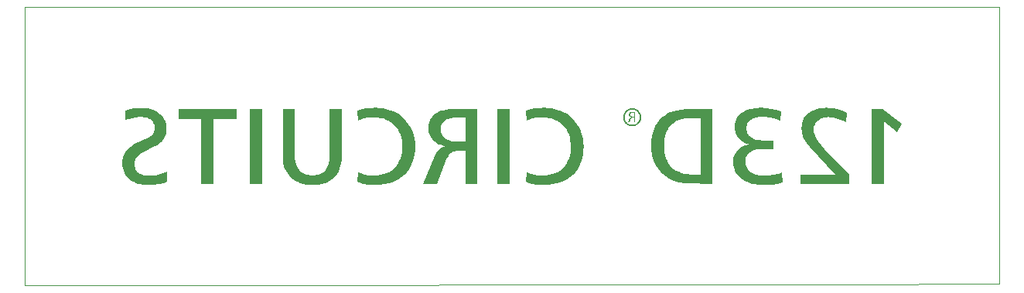
<source format=gbo>
G75*
G71*
%OFA0B0*%
%FSLAX23Y23*%
%IPPOS*%
%LPD*%
%ADD10C,0.1*%
%LPD*%D10*
X0Y0D02*
X0Y100D01*
X0Y200D01*
X0Y300D01*
X0Y400D01*
X0Y500D01*
X0Y600D01*
X0Y700D01*
X0Y799D01*
X0Y899D01*
X0Y999D01*
X0Y1099D01*
X0Y1199D01*
X0Y1299D01*
X0Y1399D01*
X0Y1499D01*
X0Y1599D01*
X0Y1699D01*
X0Y1799D01*
X0Y1899D01*
X0Y1999D01*
X0Y2099D01*
X0Y2199D01*
X0Y2298D01*
X0Y2398D01*
X0Y2498D01*
X0Y2598D01*
X0Y2698D01*
X0Y2798D01*
X0Y2898D01*
X0Y2998D01*
X0Y3098D01*
X0Y3198D01*
X0Y3298D01*
X0Y3398D01*
X0Y3498D01*
X0Y3598D01*
X0Y3698D01*
X0Y3797D01*
X0Y3897D01*
X0Y3997D01*
X0Y4097D01*
X0Y4197D01*
X0Y4297D01*
X0Y4397D01*
X0Y4497D01*
X0Y4597D01*
X0Y4697D01*
X0Y4797D01*
X0Y4897D01*
X0Y4997D01*
X0Y5097D01*
X0Y5197D01*
X0Y5296D01*
X0Y5396D01*
X0Y5496D01*
X0Y5596D01*
X0Y5696D01*
X0Y5796D01*
X0Y5896D01*
X0Y5996D01*
X0Y6096D01*
X0Y6196D01*
X0Y6296D01*
X0Y6396D01*
X0Y6496D01*
X0Y6596D01*
X0Y6696D01*
X0Y6796D01*
X0Y6895D01*
X0Y6995D01*
X0Y7095D01*
X0Y7195D01*
X0Y7295D01*
X0Y7395D01*
X0Y7495D01*
X0Y7595D01*
X0Y7695D01*
X0Y7795D01*
X0Y7895D01*
X0Y7995D01*
X0Y8095D01*
X0Y8195D01*
X0Y8295D01*
X0Y8394D01*
X0Y8494D01*
X0Y8594D01*
X0Y8694D01*
X0Y8794D01*
X0Y8894D01*
X0Y8994D01*
X0Y9094D01*
X0Y9194D01*
X0Y9294D01*
X0Y9394D01*
X0Y9494D01*
X0Y9594D01*
X0Y9694D01*
X0Y9794D01*
X0Y9893D01*
X0Y9993D01*
X0Y10093D01*
X0Y10193D01*
X0Y10293D01*
X0Y10393D01*
X0Y10493D01*
X0Y10593D01*
X0Y10693D01*
X0Y10793D01*
X0Y10893D01*
X0Y10993D01*
X0Y11093D01*
X0Y11193D01*
X0Y11293D01*
X0Y11392D01*
X0Y11492D01*
X0Y11592D01*
X0Y11692D01*
X0Y11792D01*
X0Y11892D01*
X0Y11992D01*
X0Y12092D01*
X0Y12192D01*
X0Y12292D01*
X0Y12392D01*
X0Y12492D01*
X0Y12592D01*
X0Y12692D01*
X0Y12792D01*
X0Y12891D01*
X0Y12991D01*
X0Y13091D01*
X0Y13191D01*
X0Y13291D01*
X0Y13391D01*
X0Y13491D01*
X0Y13591D01*
X0Y13691D01*
X0Y13791D01*
X0Y13891D01*
X0Y13991D01*
X0Y14091D01*
X0Y14191D01*
X0Y14291D01*
X0Y14391D01*
X0Y14490D01*
X0Y14590D01*
X0Y14690D01*
X0Y14790D01*
X0Y14890D01*
X0Y14990D01*
X0Y15090D01*
X0Y15190D01*
X0Y15290D01*
X0Y15390D01*
X0Y15490D01*
X0Y15590D01*
X0Y15690D01*
X0Y15790D01*
X0Y15890D01*
X0Y15989D01*
X0Y16089D01*
X0Y16189D01*
X0Y16289D01*
X0Y16389D01*
X0Y16489D01*
X0Y16589D01*
X0Y16689D01*
X0Y16789D01*
X0Y16889D01*
X0Y16989D01*
X0Y17089D01*
X0Y17189D01*
X0Y17289D01*
X0Y17389D01*
X0Y17488D01*
X0Y17588D01*
X0Y17688D01*
X0Y17788D01*
X0Y17888D01*
X0Y17988D01*
X0Y18088D01*
X0Y18188D01*
X0Y18288D01*
X0Y18388D01*
X0Y18488D01*
X0Y18588D01*
X0Y18688D01*
X0Y18788D01*
X0Y18888D01*
X0Y18987D01*
X0Y19087D01*
X0Y19187D01*
X0Y19287D01*
X0Y19387D01*
X0Y19487D01*
X0Y19587D01*
X0Y19687D01*
X0Y19787D01*
X0Y19887D01*
X0Y19987D01*
X0Y20087D01*
X0Y20187D01*
X0Y20287D01*
X0Y20387D01*
X0Y20486D01*
X0Y20586D01*
X0Y20686D01*
X0Y20786D01*
X0Y20886D01*
X0Y20986D01*
X0Y21086D01*
X0Y21186D01*
X0Y21286D01*
X0Y21386D01*
X0Y21486D01*
X0Y21586D01*
X0Y21686D01*
X0Y21786D01*
X0Y21886D01*
X0Y21985D01*
X0Y22085D01*
X0Y22185D01*
X0Y22285D01*
X0Y22385D01*
X0Y22485D01*
X0Y22585D01*
X0Y22685D01*
X0Y22785D01*
X0Y22885D01*
X0Y22985D01*
X0Y23085D01*
X0Y23185D01*
X0Y23285D01*
X0Y23385D01*
X0Y23485D01*
X0Y23584D01*
X0Y23684D01*
X0Y23784D01*
X0Y23884D01*
X0Y23984D01*
X0Y24084D01*
X0Y24184D01*
X0Y24284D01*
X0Y24384D01*
X0Y24484D01*
X0Y24584D01*
X0Y24684D01*
X0Y24784D01*
X0Y24884D01*
X0Y24984D01*
X0Y25083D01*
X0Y25183D01*
X0Y25283D01*
X0Y25383D01*
X0Y25483D01*
X0Y25583D01*
X0Y25683D01*
X0Y25783D01*
X0Y25883D01*
X0Y25983D01*
X0Y26083D01*
X0Y26183D01*
X0Y26283D01*
X0Y26383D01*
X0Y26483D01*
X0Y26582D01*
X0Y26682D01*
X0Y26782D01*
X0Y26882D01*
X0Y26982D01*
X0Y27082D01*
X0Y27182D01*
X0Y27282D01*
X0Y27382D01*
X0Y27482D01*
X0Y27582D01*
X0Y27682D01*
X0Y27782D01*
X0Y27882D01*
X0Y27982D01*
X0Y28082D01*
X0Y28181D01*
X0Y28281D01*
X0Y28381D01*
X0Y28481D01*
X0Y28581D01*
X0Y28681D01*
X0Y28781D01*
X0Y28881D01*
X0Y28981D01*
X0Y29081D01*
X0Y29181D01*
X0Y29281D01*
X0Y29381D01*
X0Y29481D01*
X0Y29581D01*
X0Y29680D01*
X0Y29780D01*
X0Y29880D01*
X0Y29980D01*
X0Y30080D01*
X0Y30180D01*
X0Y30280D01*
X0Y30380D01*
X0Y30480D01*
X100Y30480D01*
X200Y30480D01*
X300Y30480D01*
X400Y30480D01*
X500Y30480D01*
X600Y30480D01*
X700Y30480D01*
X800Y30480D01*
X900Y30480D01*
X1000Y30480D01*
X1100Y30480D01*
X1200Y30480D01*
X1300Y30480D01*
X1400Y30480D01*
X1500Y30480D01*
X1600Y30480D01*
X1700Y30480D01*
X1800Y30480D01*
X1900Y30480D01*
X2000Y30480D01*
X2100Y30480D01*
X2200Y30480D01*
X2300Y30480D01*
X2400Y30480D01*
X2500Y30480D01*
X2599Y30480D01*
X2699Y30480D01*
X2799Y30480D01*
X2899Y30480D01*
X2999Y30480D01*
X3099Y30480D01*
X3199Y30480D01*
X3299Y30480D01*
X3399Y30480D01*
X3499Y30480D01*
X3599Y30480D01*
X3699Y30480D01*
X3799Y30480D01*
X3899Y30480D01*
X3999Y30480D01*
X4099Y30480D01*
X4199Y30480D01*
X4299Y30480D01*
X4399Y30480D01*
X4499Y30480D01*
X4599Y30480D01*
X4699Y30480D01*
X4799Y30480D01*
X4899Y30480D01*
X4999Y30480D01*
X5099Y30480D01*
X5199Y30480D01*
X5299Y30480D01*
X5399Y30480D01*
X5499Y30480D01*
X5599Y30480D01*
X5699Y30480D01*
X5799Y30480D01*
X5899Y30480D01*
X5999Y30480D01*
X6099Y30480D01*
X6199Y30480D01*
X6299Y30480D01*
X6399Y30480D01*
X6499Y30480D01*
X6599Y30480D01*
X6699Y30480D01*
X6799Y30480D01*
X6899Y30480D01*
X6999Y30480D01*
X7099Y30480D01*
X7199Y30480D01*
X7299Y30480D01*
X7399Y30480D01*
X7499Y30480D01*
X7599Y30480D01*
X7699Y30480D01*
X7798Y30480D01*
X7898Y30480D01*
X7998Y30480D01*
X8098Y30480D01*
X8198Y30480D01*
X8298Y30480D01*
X8398Y30480D01*
X8498Y30480D01*
X8598Y30480D01*
X8698Y30480D01*
X8798Y30480D01*
X8898Y30480D01*
X8998Y30480D01*
X9098Y30480D01*
X9198Y30480D01*
X9298Y30480D01*
X9398Y30480D01*
X9498Y30480D01*
X9598Y30480D01*
X9698Y30480D01*
X9798Y30480D01*
X9898Y30480D01*
X9998Y30480D01*
X10098Y30480D01*
X10198Y30480D01*
X10298Y30480D01*
X10398Y30480D01*
X10498Y30480D01*
X10598Y30480D01*
X10698Y30480D01*
X10798Y30480D01*
X10898Y30480D01*
X10998Y30480D01*
X11098Y30480D01*
X11198Y30480D01*
X11298Y30480D01*
X11398Y30480D01*
X11498Y30480D01*
X11598Y30480D01*
X11698Y30480D01*
X11798Y30480D01*
X11898Y30480D01*
X11998Y30480D01*
X12098Y30480D01*
X12198Y30480D01*
X12298Y30480D01*
X12398Y30480D01*
X12498Y30480D01*
X12598Y30480D01*
X12698Y30480D01*
X12798Y30480D01*
X12898Y30480D01*
X12998Y30480D01*
X13097Y30480D01*
X13197Y30480D01*
X13297Y30480D01*
X13397Y30480D01*
X13497Y30480D01*
X13597Y30480D01*
X13697Y30480D01*
X13797Y30480D01*
X13897Y30480D01*
X13997Y30480D01*
X14097Y30480D01*
X14197Y30480D01*
X14297Y30480D01*
X14397Y30480D01*
X14497Y30480D01*
X14597Y30480D01*
X14697Y30480D01*
X14797Y30480D01*
X14897Y30480D01*
X14997Y30480D01*
X15097Y30480D01*
X15197Y30480D01*
X15297Y30480D01*
X15397Y30480D01*
X15497Y30480D01*
X15597Y30480D01*
X15697Y30480D01*
X15797Y30480D01*
X15897Y30480D01*
X15997Y30480D01*
X16097Y30480D01*
X16197Y30480D01*
X16297Y30480D01*
X16397Y30480D01*
X16497Y30480D01*
X16597Y30480D01*
X16697Y30480D01*
X16797Y30480D01*
X16897Y30480D01*
X16997Y30480D01*
X17097Y30480D01*
X17197Y30480D01*
X17297Y30480D01*
X17397Y30480D01*
X17497Y30480D01*
X17597Y30480D01*
X17697Y30480D01*
X17797Y30480D01*
X17897Y30480D01*
X17997Y30480D01*
X18097Y30480D01*
X18196Y30480D01*
X18296Y30480D01*
X18396Y30480D01*
X18496Y30480D01*
X18596Y30480D01*
X18696Y30480D01*
X18796Y30480D01*
X18896Y30480D01*
X18996Y30480D01*
X19096Y30480D01*
X19196Y30480D01*
X19296Y30480D01*
X19396Y30480D01*
X19496Y30480D01*
X19596Y30480D01*
X19696Y30480D01*
X19796Y30480D01*
X19896Y30480D01*
X19996Y30480D01*
X20096Y30480D01*
X20196Y30480D01*
X20296Y30480D01*
X20396Y30480D01*
X20496Y30480D01*
X20596Y30480D01*
X20696Y30480D01*
X20796Y30480D01*
X20896Y30480D01*
X20996Y30480D01*
X21096Y30480D01*
X21196Y30480D01*
X21296Y30480D01*
X21396Y30480D01*
X21496Y30480D01*
X21596Y30480D01*
X21696Y30480D01*
X21796Y30480D01*
X21896Y30480D01*
X21996Y30480D01*
X22096Y30480D01*
X22196Y30480D01*
X22296Y30480D01*
X22396Y30480D01*
X22496Y30480D01*
X22596Y30480D01*
X22696Y30480D01*
X22796Y30480D01*
X22896Y30480D01*
X22996Y30480D01*
X23096Y30480D01*
X23196Y30480D01*
X23296Y30480D01*
X23395Y30480D01*
X23495Y30480D01*
X23595Y30480D01*
X23695Y30480D01*
X23795Y30480D01*
X23895Y30480D01*
X23995Y30480D01*
X24095Y30480D01*
X24195Y30480D01*
X24295Y30480D01*
X24395Y30480D01*
X24495Y30480D01*
X24595Y30480D01*
X24695Y30480D01*
X24795Y30480D01*
X24895Y30480D01*
X24995Y30480D01*
X25095Y30480D01*
X25195Y30480D01*
X25295Y30480D01*
X25395Y30480D01*
X25495Y30480D01*
X25595Y30480D01*
X25695Y30480D01*
X25795Y30480D01*
X25895Y30480D01*
X25995Y30480D01*
X26095Y30480D01*
X26195Y30480D01*
X26295Y30480D01*
X26395Y30480D01*
X26495Y30480D01*
X26595Y30480D01*
X26695Y30480D01*
X26795Y30480D01*
X26895Y30480D01*
X26995Y30480D01*
X27095Y30480D01*
X27195Y30480D01*
X27295Y30480D01*
X27395Y30480D01*
X27495Y30480D01*
X27595Y30480D01*
X27695Y30480D01*
X27795Y30480D01*
X27895Y30480D01*
X27995Y30480D01*
X28095Y30480D01*
X28195Y30480D01*
X28295Y30480D01*
X28395Y30480D01*
X28495Y30480D01*
X28594Y30480D01*
X28694Y30480D01*
X28794Y30480D01*
X28894Y30480D01*
X28994Y30480D01*
X29094Y30480D01*
X29194Y30480D01*
X29294Y30480D01*
X29394Y30480D01*
X29494Y30480D01*
X29594Y30480D01*
X29694Y30480D01*
X29794Y30480D01*
X29894Y30480D01*
X29994Y30480D01*
X30094Y30480D01*
X30194Y30480D01*
X30294Y30480D01*
X30394Y30480D01*
X30494Y30480D01*
X30594Y30480D01*
X30694Y30480D01*
X30794Y30480D01*
X30894Y30480D01*
X30994Y30480D01*
X31094Y30480D01*
X31194Y30480D01*
X31294Y30480D01*
X31394Y30480D01*
X31494Y30480D01*
X31594Y30480D01*
X31694Y30480D01*
X31794Y30480D01*
X31894Y30480D01*
X31994Y30480D01*
X32094Y30480D01*
X32194Y30480D01*
X32294Y30480D01*
X32394Y30480D01*
X32494Y30480D01*
X32594Y30480D01*
X32694Y30480D01*
X32794Y30480D01*
X32894Y30480D01*
X32994Y30480D01*
X33094Y30480D01*
X33194Y30480D01*
X33294Y30480D01*
X33394Y30480D01*
X33494Y30480D01*
X33594Y30480D01*
X33694Y30480D01*
X33793Y30480D01*
X33893Y30480D01*
X33993Y30480D01*
X34093Y30480D01*
X34193Y30480D01*
X34293Y30480D01*
X34393Y30480D01*
X34493Y30480D01*
X34593Y30480D01*
X34693Y30480D01*
X34793Y30480D01*
X34893Y30480D01*
X34993Y30480D01*
X35093Y30480D01*
X35193Y30480D01*
X35293Y30480D01*
X35393Y30480D01*
X35493Y30480D01*
X35593Y30480D01*
X35693Y30480D01*
X35793Y30480D01*
X35893Y30480D01*
X35993Y30480D01*
X36093Y30480D01*
X36193Y30480D01*
X36293Y30480D01*
X36393Y30480D01*
X36493Y30480D01*
X36593Y30480D01*
X36693Y30480D01*
X36793Y30480D01*
X36893Y30480D01*
X36993Y30480D01*
X37093Y30480D01*
X37193Y30480D01*
X37293Y30480D01*
X37393Y30480D01*
X37493Y30480D01*
X37593Y30480D01*
X37693Y30480D01*
X37793Y30480D01*
X37893Y30480D01*
X37993Y30480D01*
X38093Y30480D01*
X38193Y30480D01*
X38293Y30480D01*
X38393Y30480D01*
X38493Y30480D01*
X38593Y30480D01*
X38693Y30480D01*
X38793Y30480D01*
X38893Y30480D01*
X38992Y30480D01*
X39092Y30480D01*
X39192Y30480D01*
X39292Y30480D01*
X39392Y30480D01*
X39492Y30480D01*
X39592Y30480D01*
X39692Y30480D01*
X39792Y30480D01*
X39892Y30480D01*
X39992Y30480D01*
X40092Y30480D01*
X40192Y30480D01*
X40292Y30480D01*
X40392Y30480D01*
X40492Y30480D01*
X40592Y30480D01*
X40692Y30480D01*
X40792Y30480D01*
X40892Y30480D01*
X40992Y30480D01*
X41092Y30480D01*
X41192Y30480D01*
X41292Y30480D01*
X41392Y30480D01*
X41492Y30480D01*
X41592Y30480D01*
X41692Y30480D01*
X41792Y30480D01*
X41892Y30480D01*
X41992Y30480D01*
X42092Y30480D01*
X42192Y30480D01*
X42292Y30480D01*
X42392Y30480D01*
X42492Y30480D01*
X42592Y30480D01*
X42692Y30480D01*
X42792Y30480D01*
X42892Y30480D01*
X42992Y30480D01*
X43092Y30480D01*
X43192Y30480D01*
X43292Y30480D01*
X43392Y30480D01*
X43492Y30480D01*
X43592Y30480D01*
X43692Y30480D01*
X43792Y30480D01*
X43892Y30480D01*
X43992Y30480D01*
X44092Y30480D01*
X44192Y30480D01*
X44291Y30480D01*
X44391Y30480D01*
X44491Y30480D01*
X44591Y30480D01*
X44691Y30480D01*
X44791Y30480D01*
X44891Y30480D01*
X44991Y30480D01*
X45091Y30480D01*
X45191Y30480D01*
X45291Y30480D01*
X45391Y30480D01*
X45491Y30480D01*
X45591Y30480D01*
X45691Y30480D01*
X45791Y30480D01*
X45891Y30480D01*
X45991Y30480D01*
X46091Y30480D01*
X46191Y30480D01*
X46291Y30480D01*
X46391Y30480D01*
X46491Y30480D01*
X46591Y30480D01*
X46691Y30480D01*
X46791Y30480D01*
X46891Y30480D01*
X46991Y30480D01*
X47091Y30480D01*
X47191Y30480D01*
X47291Y30480D01*
X47391Y30480D01*
X47491Y30480D01*
X47591Y30480D01*
X47691Y30480D01*
X47791Y30480D01*
X47891Y30480D01*
X47991Y30480D01*
X48091Y30480D01*
X48191Y30480D01*
X48291Y30480D01*
X48391Y30480D01*
X48491Y30480D01*
X48591Y30480D01*
X48691Y30480D01*
X48791Y30480D01*
X48891Y30480D01*
X48991Y30480D01*
X49091Y30480D01*
X49191Y30480D01*
X49291Y30480D01*
X49391Y30480D01*
X49491Y30480D01*
X49590Y30480D01*
X49690Y30480D01*
X49790Y30480D01*
X49890Y30480D01*
X49990Y30480D01*
X50090Y30480D01*
X50190Y30480D01*
X50290Y30480D01*
X50390Y30480D01*
X50490Y30480D01*
X50590Y30480D01*
X50690Y30480D01*
X50790Y30480D01*
X50890Y30480D01*
X50990Y30480D01*
X51090Y30480D01*
X51190Y30480D01*
X51290Y30480D01*
X51390Y30480D01*
X51490Y30480D01*
X51590Y30480D01*
X51690Y30480D01*
X51790Y30480D01*
X51890Y30480D01*
X51990Y30480D01*
X52090Y30480D01*
X52190Y30480D01*
X52290Y30480D01*
X52390Y30480D01*
X52490Y30480D01*
X52590Y30480D01*
X52690Y30480D01*
X52790Y30480D01*
X52890Y30480D01*
X52990Y30480D01*
X53090Y30480D01*
X53190Y30480D01*
X53290Y30480D01*
X53390Y30480D01*
X53490Y30480D01*
X53590Y30480D01*
X53690Y30480D01*
X53790Y30480D01*
X53890Y30480D01*
X53990Y30480D01*
X54090Y30480D01*
X54190Y30480D01*
X54290Y30480D01*
X54390Y30480D01*
X54490Y30480D01*
X54590Y30480D01*
X54690Y30480D01*
X54789Y30480D01*
X54889Y30480D01*
X54989Y30480D01*
X55089Y30480D01*
X55189Y30480D01*
X55289Y30480D01*
X55389Y30480D01*
X55489Y30480D01*
X55589Y30480D01*
X55689Y30480D01*
X55789Y30480D01*
X55889Y30480D01*
X55989Y30480D01*
X56089Y30480D01*
X56189Y30480D01*
X56289Y30480D01*
X56389Y30480D01*
X56489Y30480D01*
X56589Y30480D01*
X56689Y30480D01*
X56789Y30480D01*
X56889Y30480D01*
X56989Y30480D01*
X57089Y30480D01*
X57189Y30480D01*
X57289Y30480D01*
X57389Y30480D01*
X57489Y30480D01*
X57589Y30480D01*
X57689Y30480D01*
X57789Y30480D01*
X57889Y30480D01*
X57989Y30480D01*
X58089Y30480D01*
X58189Y30480D01*
X58289Y30480D01*
X58389Y30480D01*
X58489Y30480D01*
X58589Y30480D01*
X58689Y30480D01*
X58789Y30480D01*
X58889Y30480D01*
X58989Y30480D01*
X59089Y30480D01*
X59189Y30480D01*
X59289Y30480D01*
X59389Y30480D01*
X59489Y30480D01*
X59589Y30480D01*
X59689Y30480D01*
X59789Y30480D01*
X59889Y30480D01*
X59988Y30480D01*
X60088Y30480D01*
X60188Y30480D01*
X60288Y30480D01*
X60388Y30480D01*
X60488Y30480D01*
X60588Y30480D01*
X60688Y30480D01*
X60788Y30480D01*
X60888Y30480D01*
X60988Y30480D01*
X61088Y30480D01*
X61188Y30480D01*
X61288Y30480D01*
X61388Y30480D01*
X61488Y30480D01*
X61588Y30480D01*
X61688Y30480D01*
X61788Y30480D01*
X61888Y30480D01*
X61988Y30480D01*
X62088Y30480D01*
X62188Y30480D01*
X62288Y30480D01*
X62388Y30480D01*
X62488Y30480D01*
X62588Y30480D01*
X62688Y30480D01*
X62788Y30480D01*
X62888Y30480D01*
X62988Y30480D01*
X63088Y30480D01*
X63188Y30480D01*
X63288Y30480D01*
X63388Y30480D01*
X63488Y30480D01*
X63588Y30480D01*
X63688Y30480D01*
X63788Y30480D01*
X63888Y30480D01*
X63988Y30480D01*
X64088Y30480D01*
X64188Y30480D01*
X64288Y30480D01*
X64388Y30480D01*
X64488Y30480D01*
X64588Y30480D01*
X64688Y30480D01*
X64788Y30480D01*
X64888Y30480D01*
X64988Y30480D01*
X65088Y30480D01*
X65188Y30480D01*
X65288Y30480D01*
X65387Y30480D01*
X65487Y30480D01*
X65587Y30480D01*
X65687Y30480D01*
X65787Y30480D01*
X65887Y30480D01*
X65987Y30480D01*
X66087Y30480D01*
X66187Y30480D01*
X66287Y30480D01*
X66387Y30480D01*
X66487Y30480D01*
X66587Y30480D01*
X66687Y30480D01*
X66787Y30480D01*
X66887Y30480D01*
X66987Y30480D01*
X67087Y30480D01*
X67187Y30480D01*
X67287Y30480D01*
X67387Y30480D01*
X67487Y30480D01*
X67587Y30480D01*
X67687Y30480D01*
X67787Y30480D01*
X67887Y30480D01*
X67987Y30480D01*
X68087Y30480D01*
X68187Y30480D01*
X68287Y30480D01*
X68387Y30480D01*
X68487Y30480D01*
X68587Y30480D01*
X68687Y30480D01*
X68787Y30480D01*
X68887Y30480D01*
X68987Y30480D01*
X69087Y30480D01*
X69187Y30480D01*
X69287Y30480D01*
X69387Y30480D01*
X69487Y30480D01*
X69587Y30480D01*
X69687Y30480D01*
X69787Y30480D01*
X69887Y30480D01*
X69987Y30480D01*
X70087Y30480D01*
X70187Y30480D01*
X70287Y30480D01*
X70387Y30480D01*
X70487Y30480D01*
X70587Y30480D01*
X70686Y30480D01*
X70786Y30480D01*
X70886Y30480D01*
X70986Y30480D01*
X71086Y30480D01*
X71186Y30480D01*
X71286Y30480D01*
X71386Y30480D01*
X71486Y30480D01*
X71586Y30480D01*
X71686Y30480D01*
X71786Y30480D01*
X71886Y30480D01*
X71986Y30480D01*
X72086Y30480D01*
X72186Y30480D01*
X72286Y30480D01*
X72386Y30480D01*
X72486Y30480D01*
X72586Y30480D01*
X72686Y30480D01*
X72786Y30480D01*
X72886Y30480D01*
X72986Y30480D01*
X73086Y30480D01*
X73186Y30480D01*
X73286Y30480D01*
X73386Y30480D01*
X73486Y30480D01*
X73586Y30480D01*
X73686Y30480D01*
X73786Y30480D01*
X73886Y30480D01*
X73986Y30480D01*
X74086Y30480D01*
X74186Y30480D01*
X74286Y30480D01*
X74386Y30480D01*
X74486Y30480D01*
X74586Y30480D01*
X74686Y30480D01*
X74786Y30480D01*
X74886Y30480D01*
X74986Y30480D01*
X75086Y30480D01*
X75186Y30480D01*
X75286Y30480D01*
X75386Y30480D01*
X75486Y30480D01*
X75586Y30480D01*
X75686Y30480D01*
X75786Y30480D01*
X75886Y30480D01*
X75985Y30480D01*
X76085Y30480D01*
X76185Y30480D01*
X76285Y30480D01*
X76385Y30480D01*
X76485Y30480D01*
X76585Y30480D01*
X76685Y30480D01*
X76785Y30480D01*
X76885Y30480D01*
X76985Y30480D01*
X77085Y30480D01*
X77185Y30480D01*
X77285Y30480D01*
X77385Y30480D01*
X77485Y30480D01*
X77585Y30480D01*
X77685Y30480D01*
X77785Y30480D01*
X77885Y30480D01*
X77985Y30480D01*
X78085Y30480D01*
X78185Y30480D01*
X78285Y30480D01*
X78385Y30480D01*
X78485Y30480D01*
X78585Y30480D01*
X78685Y30480D01*
X78785Y30480D01*
X78885Y30480D01*
X78985Y30480D01*
X79085Y30480D01*
X79185Y30480D01*
X79285Y30480D01*
X79385Y30480D01*
X79485Y30480D01*
X79585Y30480D01*
X79685Y30480D01*
X79785Y30480D01*
X79885Y30480D01*
X79985Y30480D01*
X80085Y30480D01*
X80185Y30480D01*
X80285Y30480D01*
X80385Y30480D01*
X80485Y30480D01*
X80585Y30480D01*
X80685Y30480D01*
X80785Y30480D01*
X80885Y30480D01*
X80985Y30480D01*
X81085Y30480D01*
X81185Y30480D01*
X81284Y30480D01*
X81384Y30480D01*
X81484Y30480D01*
X81584Y30480D01*
X81684Y30480D01*
X81784Y30480D01*
X81884Y30480D01*
X81984Y30480D01*
X82084Y30480D01*
X82184Y30480D01*
X82284Y30480D01*
X82384Y30480D01*
X82484Y30480D01*
X82584Y30480D01*
X82684Y30480D01*
X82784Y30480D01*
X82884Y30480D01*
X82984Y30480D01*
X83084Y30480D01*
X83184Y30480D01*
X83284Y30480D01*
X83384Y30480D01*
X83484Y30480D01*
X83584Y30480D01*
X83684Y30480D01*
X83784Y30480D01*
X83884Y30480D01*
X83984Y30480D01*
X84084Y30480D01*
X84184Y30480D01*
X84284Y30480D01*
X84384Y30480D01*
X84484Y30480D01*
X84584Y30480D01*
X84684Y30480D01*
X84784Y30480D01*
X84884Y30480D01*
X84984Y30480D01*
X85084Y30480D01*
X85184Y30480D01*
X85284Y30480D01*
X85384Y30480D01*
X85484Y30480D01*
X85584Y30480D01*
X85684Y30480D01*
X85784Y30480D01*
X85884Y30480D01*
X85984Y30480D01*
X86084Y30480D01*
X86184Y30480D01*
X86284Y30480D01*
X86384Y30480D01*
X86484Y30480D01*
X86583Y30480D01*
X86683Y30480D01*
X86783Y30480D01*
X86883Y30480D01*
X86983Y30480D01*
X87083Y30480D01*
X87183Y30480D01*
X87283Y30480D01*
X87383Y30480D01*
X87483Y30480D01*
X87583Y30480D01*
X87683Y30480D01*
X87783Y30480D01*
X87883Y30480D01*
X87983Y30480D01*
X88083Y30480D01*
X88183Y30480D01*
X88283Y30480D01*
X88383Y30480D01*
X88483Y30480D01*
X88583Y30480D01*
X88683Y30480D01*
X88783Y30480D01*
X88883Y30480D01*
X88983Y30480D01*
X89083Y30480D01*
X89183Y30480D01*
X89283Y30480D01*
X89383Y30480D01*
X89483Y30480D01*
X89583Y30480D01*
X89683Y30480D01*
X89783Y30480D01*
X89883Y30480D01*
X89983Y30480D01*
X90083Y30480D01*
X90183Y30480D01*
X90283Y30480D01*
X90383Y30480D01*
X90483Y30480D01*
X90583Y30480D01*
X90683Y30480D01*
X90783Y30480D01*
X90883Y30480D01*
X90983Y30480D01*
X91083Y30480D01*
X91183Y30480D01*
X91283Y30480D01*
X91383Y30480D01*
X91483Y30480D01*
X91583Y30480D01*
X91683Y30480D01*
X91783Y30480D01*
X91883Y30480D01*
X91983Y30480D01*
X92082Y30480D01*
X92182Y30480D01*
X92282Y30480D01*
X92382Y30480D01*
X92482Y30480D01*
X92582Y30480D01*
X92682Y30480D01*
X92782Y30480D01*
X92882Y30480D01*
X92982Y30480D01*
X93082Y30480D01*
X93182Y30480D01*
X93282Y30480D01*
X93382Y30480D01*
X93482Y30480D01*
X93582Y30480D01*
X93682Y30480D01*
X93782Y30480D01*
X93882Y30480D01*
X93982Y30480D01*
X94082Y30480D01*
X94182Y30480D01*
X94282Y30480D01*
X94382Y30480D01*
X94482Y30480D01*
X94582Y30480D01*
X94682Y30480D01*
X94782Y30480D01*
X94882Y30480D01*
X94982Y30480D01*
X95082Y30480D01*
X95182Y30480D01*
X95282Y30480D01*
X95382Y30480D01*
X95482Y30480D01*
X95582Y30480D01*
X95682Y30480D01*
X95782Y30480D01*
X95882Y30480D01*
X95982Y30480D01*
X96082Y30480D01*
X96182Y30480D01*
X96282Y30480D01*
X96382Y30480D01*
X96482Y30480D01*
X96582Y30480D01*
X96682Y30480D01*
X96782Y30480D01*
X96882Y30480D01*
X96982Y30480D01*
X97082Y30480D01*
X97182Y30480D01*
X97282Y30480D01*
X97382Y30480D01*
X97482Y30480D01*
X97581Y30480D01*
X97681Y30480D01*
X97781Y30480D01*
X97881Y30480D01*
X97981Y30480D01*
X98081Y30480D01*
X98181Y30480D01*
X98281Y30480D01*
X98381Y30480D01*
X98481Y30480D01*
X98581Y30480D01*
X98681Y30480D01*
X98781Y30480D01*
X98881Y30480D01*
X98981Y30480D01*
X99081Y30480D01*
X99181Y30480D01*
X99281Y30480D01*
X99381Y30480D01*
X99481Y30480D01*
X99581Y30480D01*
X99681Y30480D01*
X99781Y30480D01*
X99881Y30480D01*
X99981Y30480D01*
X100081Y30480D01*
X100181Y30480D01*
X100281Y30480D01*
X100381Y30480D01*
X100481Y30480D01*
X100581Y30480D01*
X100681Y30480D01*
X100781Y30480D01*
X100881Y30480D01*
X100981Y30480D01*
X101081Y30480D01*
X101181Y30480D01*
X101281Y30480D01*
X101381Y30480D01*
X101481Y30480D01*
X101581Y30480D01*
X101681Y30480D01*
X101781Y30480D01*
X101881Y30480D01*
X101981Y30480D01*
X102081Y30480D01*
X102181Y30480D01*
X102281Y30480D01*
X102381Y30480D01*
X102481Y30480D01*
X102581Y30480D01*
X102681Y30480D01*
X102781Y30480D01*
X102881Y30480D01*
X102981Y30480D01*
X103081Y30480D01*
X103181Y30480D01*
X103280Y30480D01*
X103380Y30480D01*
X103480Y30480D01*
X103580Y30480D01*
X103680Y30480D01*
X103780Y30480D01*
X103880Y30480D01*
X103980Y30480D01*
X104080Y30480D01*
X104180Y30480D01*
X104280Y30480D01*
X104380Y30480D01*
X104480Y30480D01*
X104580Y30480D01*
X104680Y30480D01*
X104780Y30480D01*
X104880Y30480D01*
X104980Y30480D01*
X105080Y30480D01*
X105180Y30480D01*
X105280Y30480D01*
X105380Y30480D01*
X105480Y30480D01*
X105580Y30480D01*
X105680Y30480D01*
X105780Y30480D01*
X105880Y30480D01*
X105980Y30480D01*
X106080Y30480D01*
X106180Y30480D01*
X106280Y30480D01*
X106380Y30480D01*
X106480Y30480D01*
X106580Y30480D01*
X106680Y30480D01*
X106680Y30380D01*
X106680Y30281D01*
X106680Y30181D01*
X106680Y30081D01*
X106680Y29982D01*
X106680Y29882D01*
X106680Y29782D01*
X106680Y29682D01*
X106680Y29583D01*
X106680Y29483D01*
X106680Y29383D01*
X106680Y29284D01*
X106680Y29184D01*
X106680Y29084D01*
X106680Y28985D01*
X106680Y28885D01*
X106680Y28785D01*
X106680Y28686D01*
X106680Y28586D01*
X106680Y28486D01*
X106680Y28386D01*
X106680Y28287D01*
X106680Y28187D01*
X106680Y28087D01*
X106680Y27988D01*
X106680Y27888D01*
X106680Y27788D01*
X106680Y27689D01*
X106680Y27589D01*
X106680Y27489D01*
X106680Y27389D01*
X106680Y27290D01*
X106680Y27190D01*
X106680Y27090D01*
X106680Y26991D01*
X106680Y26891D01*
X106680Y26791D01*
X106680Y26692D01*
X106680Y26592D01*
X106680Y26492D01*
X106680Y26393D01*
X106680Y26293D01*
X106680Y26193D01*
X106680Y26093D01*
X106680Y25994D01*
X106680Y25894D01*
X106680Y25794D01*
X106680Y25695D01*
X106680Y25595D01*
X106680Y25495D01*
X106680Y25396D01*
X106680Y25296D01*
X106680Y25196D01*
X106680Y25097D01*
X106680Y24997D01*
X106680Y24897D01*
X106680Y24797D01*
X106680Y24698D01*
X106680Y24598D01*
X106680Y24498D01*
X106680Y24399D01*
X106680Y24299D01*
X106680Y24199D01*
X106680Y24100D01*
X106680Y24000D01*
X106680Y23900D01*
X106680Y23800D01*
X106680Y23701D01*
X106680Y23601D01*
X106680Y23501D01*
X106680Y23402D01*
X106680Y23302D01*
X106680Y23202D01*
X106680Y23103D01*
X106680Y23003D01*
X106680Y22903D01*
X106680Y22804D01*
X106680Y22704D01*
X106680Y22604D01*
X106680Y22504D01*
X106680Y22405D01*
X106680Y22305D01*
X106680Y22205D01*
X106680Y22106D01*
X106680Y22006D01*
X106680Y21906D01*
X106680Y21807D01*
X106680Y21707D01*
X106680Y21607D01*
X106680Y21508D01*
X106680Y21408D01*
X106680Y21308D01*
X106680Y21208D01*
X106680Y21109D01*
X106680Y21009D01*
X106680Y20909D01*
X106680Y20810D01*
X106680Y20710D01*
X106680Y20610D01*
X106680Y20511D01*
X106680Y20411D01*
X106680Y20311D01*
X106680Y20212D01*
X106680Y20112D01*
X106680Y20012D01*
X106680Y19912D01*
X106680Y19813D01*
X106680Y19713D01*
X106680Y19613D01*
X106680Y19514D01*
X106680Y19414D01*
X106680Y19314D01*
X106680Y19215D01*
X106680Y19115D01*
X106680Y19015D01*
X106680Y18915D01*
X106680Y18816D01*
X106680Y18716D01*
X106680Y18616D01*
X106680Y18517D01*
X106680Y18417D01*
X106680Y18317D01*
X106680Y18218D01*
X106680Y18118D01*
X106680Y18018D01*
X106680Y17919D01*
X106680Y17819D01*
X106680Y17719D01*
X106680Y17619D01*
X106680Y17520D01*
X106680Y17420D01*
X106680Y17320D01*
X106680Y17221D01*
X106680Y17121D01*
X106680Y17021D01*
X106680Y16922D01*
X106680Y16822D01*
X106680Y16722D01*
X106680Y16623D01*
X106680Y16523D01*
X106680Y16423D01*
X106680Y16323D01*
X106680Y16224D01*
X106680Y16124D01*
X106680Y16024D01*
X106680Y15925D01*
X106680Y15825D01*
X106680Y15725D01*
X106680Y15626D01*
X106680Y15526D01*
X106680Y15426D01*
X106680Y15326D01*
X106680Y15227D01*
X106680Y15127D01*
X106680Y15027D01*
X106680Y14928D01*
X106680Y14828D01*
X106680Y14728D01*
X106680Y14629D01*
X106680Y14529D01*
X106680Y14429D01*
X106680Y14330D01*
X106680Y14230D01*
X106680Y14130D01*
X106680Y14030D01*
X106680Y13931D01*
X106680Y13831D01*
X106680Y13731D01*
X106680Y13632D01*
X106680Y13532D01*
X106680Y13432D01*
X106680Y13333D01*
X106680Y13233D01*
X106680Y13133D01*
X106680Y13033D01*
X106680Y12934D01*
X106680Y12834D01*
X106680Y12734D01*
X106680Y12635D01*
X106680Y12535D01*
X106680Y12435D01*
X106680Y12336D01*
X106680Y12236D01*
X106680Y12136D01*
X106680Y12037D01*
X106680Y11937D01*
X106680Y11837D01*
X106680Y11737D01*
X106680Y11638D01*
X106680Y11538D01*
X106680Y11438D01*
X106680Y11339D01*
X106680Y11239D01*
X106680Y11139D01*
X106680Y11040D01*
X106680Y10940D01*
X106680Y10840D01*
X106680Y10741D01*
X106680Y10641D01*
X106680Y10541D01*
X106680Y10441D01*
X106680Y10342D01*
X106680Y10242D01*
X106680Y10142D01*
X106680Y10043D01*
X106680Y9943D01*
X106680Y9843D01*
X106680Y9744D01*
X106680Y9644D01*
X106680Y9544D01*
X106680Y9444D01*
X106680Y9345D01*
X106680Y9245D01*
X106680Y9145D01*
X106680Y9046D01*
X106680Y8946D01*
X106680Y8846D01*
X106680Y8747D01*
X106680Y8647D01*
X106680Y8547D01*
X106680Y8448D01*
X106680Y8348D01*
X106680Y8248D01*
X106680Y8148D01*
X106680Y8049D01*
X106680Y7949D01*
X106680Y7849D01*
X106680Y7750D01*
X106680Y7650D01*
X106680Y7550D01*
X106680Y7451D01*
X106680Y7351D01*
X106680Y7251D01*
X106680Y7152D01*
X106680Y7052D01*
X106680Y6952D01*
X106680Y6852D01*
X106680Y6753D01*
X106680Y6653D01*
X106680Y6553D01*
X106680Y6454D01*
X106680Y6354D01*
X106680Y6254D01*
X106680Y6155D01*
X106680Y6055D01*
X106680Y5955D01*
X106680Y5855D01*
X106680Y5756D01*
X106680Y5656D01*
X106680Y5556D01*
X106680Y5457D01*
X106680Y5357D01*
X106680Y5257D01*
X106680Y5158D01*
X106680Y5058D01*
X106680Y4958D01*
X106680Y4859D01*
X106680Y4759D01*
X106680Y4659D01*
X106680Y4559D01*
X106680Y4460D01*
X106680Y4360D01*
X106680Y4260D01*
X106680Y4161D01*
X106680Y4061D01*
X106680Y3961D01*
X106680Y3862D01*
X106680Y3762D01*
X106680Y3662D01*
X106680Y3563D01*
X106680Y3463D01*
X106680Y3363D01*
X106680Y3263D01*
X106680Y3164D01*
X106680Y3064D01*
X106680Y2964D01*
X106680Y2865D01*
X106680Y2765D01*
X106680Y2665D01*
X106680Y2566D01*
X106680Y2466D01*
X106680Y2366D01*
X106680Y2266D01*
X106680Y2167D01*
X106680Y2067D01*
X106680Y1967D01*
X106680Y1868D01*
X106680Y1768D01*
X106680Y1668D01*
X106680Y1569D01*
X106680Y1469D01*
X106680Y1369D01*
X106680Y1270D01*
X106680Y1170D01*
X106680Y1070D01*
X106680Y970D01*
X106680Y871D01*
X106680Y771D01*
X106680Y671D01*
X106680Y572D01*
X106680Y472D01*
X106680Y372D01*
X106680Y273D01*
X106680Y173D01*
X106580Y173D01*
X106480Y172D01*
X106380Y172D01*
X106280Y172D01*
X106180Y172D01*
X106080Y172D01*
X105980Y172D01*
X105880Y172D01*
X105780Y171D01*
X105680Y171D01*
X105580Y171D01*
X105480Y171D01*
X105380Y171D01*
X105280Y171D01*
X105180Y170D01*
X105080Y170D01*
X104980Y170D01*
X104880Y170D01*
X104780Y170D01*
X104680Y170D01*
X104580Y169D01*
X104480Y169D01*
X104380Y169D01*
X104280Y169D01*
X104180Y169D01*
X104081Y169D01*
X103981Y168D01*
X103881Y168D01*
X103781Y168D01*
X103681Y168D01*
X103581Y168D01*
X103481Y168D01*
X103381Y167D01*
X103281Y167D01*
X103181Y167D01*
X103081Y167D01*
X102981Y167D01*
X102881Y167D01*
X102781Y167D01*
X102681Y166D01*
X102581Y166D01*
X102481Y166D01*
X102381Y166D01*
X102281Y166D01*
X102181Y166D01*
X102081Y165D01*
X101981Y165D01*
X101881Y165D01*
X101781Y165D01*
X101681Y165D01*
X101581Y165D01*
X101481Y164D01*
X101381Y164D01*
X101281Y164D01*
X101181Y164D01*
X101081Y164D01*
X100981Y164D01*
X100881Y163D01*
X100781Y163D01*
X100681Y163D01*
X100581Y163D01*
X100481Y163D01*
X100381Y163D01*
X100281Y162D01*
X100181Y162D01*
X100081Y162D01*
X99981Y162D01*
X99881Y162D01*
X99781Y162D01*
X99681Y161D01*
X99581Y161D01*
X99481Y161D01*
X99381Y161D01*
X99281Y161D01*
X99181Y161D01*
X99081Y161D01*
X98981Y160D01*
X98882Y160D01*
X98782Y160D01*
X98682Y160D01*
X98582Y160D01*
X98482Y160D01*
X98382Y159D01*
X98282Y159D01*
X98182Y159D01*
X98082Y159D01*
X97982Y159D01*
X97882Y159D01*
X97782Y158D01*
X97682Y158D01*
X97582Y158D01*
X97482Y158D01*
X97382Y158D01*
X97282Y158D01*
X97182Y157D01*
X97082Y157D01*
X96982Y157D01*
X96882Y157D01*
X96782Y157D01*
X96682Y157D01*
X96582Y156D01*
X96482Y156D01*
X96382Y156D01*
X96282Y156D01*
X96182Y156D01*
X96082Y156D01*
X95982Y155D01*
X95882Y155D01*
X95782Y155D01*
X95682Y155D01*
X95582Y155D01*
X95482Y155D01*
X95382Y155D01*
X95282Y154D01*
X95182Y154D01*
X95082Y154D01*
X94982Y154D01*
X94882Y154D01*
X94782Y154D01*
X94682Y153D01*
X94582Y153D01*
X94482Y153D01*
X94382Y153D01*
X94282Y153D01*
X94182Y153D01*
X94082Y152D01*
X93982Y152D01*
X93882Y152D01*
X93782Y152D01*
X93682Y152D01*
X93583Y152D01*
X93483Y151D01*
X93383Y151D01*
X93283Y151D01*
X93183Y151D01*
X93083Y151D01*
X92983Y151D01*
X92883Y150D01*
X92783Y150D01*
X92683Y150D01*
X92583Y150D01*
X92483Y150D01*
X92383Y150D01*
X92283Y149D01*
X92183Y149D01*
X92083Y149D01*
X91983Y149D01*
X91883Y149D01*
X91783Y149D01*
X91683Y149D01*
X91583Y148D01*
X91483Y148D01*
X91383Y148D01*
X91283Y148D01*
X91183Y148D01*
X91083Y148D01*
X90983Y147D01*
X90883Y147D01*
X90783Y147D01*
X90683Y147D01*
X90583Y147D01*
X90483Y147D01*
X90383Y146D01*
X90283Y146D01*
X90183Y146D01*
X90083Y146D01*
X89983Y146D01*
X89883Y146D01*
X89783Y145D01*
X89683Y145D01*
X89583Y145D01*
X89483Y145D01*
X89383Y145D01*
X89283Y145D01*
X89183Y144D01*
X89083Y144D01*
X88983Y144D01*
X88883Y144D01*
X88783Y144D01*
X88683Y144D01*
X88583Y144D01*
X88484Y143D01*
X88384Y143D01*
X88284Y143D01*
X88184Y143D01*
X88084Y143D01*
X87984Y143D01*
X87884Y142D01*
X87784Y142D01*
X87684Y142D01*
X87584Y142D01*
X87484Y142D01*
X87384Y142D01*
X87284Y141D01*
X87184Y141D01*
X87084Y141D01*
X86984Y141D01*
X86884Y141D01*
X86784Y141D01*
X86684Y140D01*
X86584Y140D01*
X86484Y140D01*
X86384Y140D01*
X86284Y140D01*
X86184Y140D01*
X86084Y139D01*
X85984Y139D01*
X85884Y139D01*
X85784Y139D01*
X85684Y139D01*
X85584Y139D01*
X85484Y138D01*
X85384Y138D01*
X85284Y138D01*
X85184Y138D01*
X85084Y138D01*
X84984Y138D01*
X84884Y138D01*
X84784Y137D01*
X84684Y137D01*
X84584Y137D01*
X84484Y137D01*
X84384Y137D01*
X84284Y137D01*
X84184Y136D01*
X84084Y136D01*
X83984Y136D01*
X83884Y136D01*
X83784Y136D01*
X83684Y136D01*
X83584Y135D01*
X83484Y135D01*
X83384Y135D01*
X83285Y135D01*
X83185Y135D01*
X83085Y135D01*
X82985Y134D01*
X82885Y134D01*
X82785Y134D01*
X82685Y134D01*
X82585Y134D01*
X82485Y134D01*
X82385Y133D01*
X82285Y133D01*
X82185Y133D01*
X82085Y133D01*
X81985Y133D01*
X81885Y133D01*
X81785Y132D01*
X81685Y132D01*
X81585Y132D01*
X81485Y132D01*
X81385Y132D01*
X81285Y132D01*
X81185Y132D01*
X81085Y131D01*
X80985Y131D01*
X80885Y131D01*
X80785Y131D01*
X80685Y131D01*
X80585Y131D01*
X80485Y130D01*
X80385Y130D01*
X80285Y130D01*
X80185Y130D01*
X80085Y130D01*
X79985Y130D01*
X79885Y129D01*
X79785Y129D01*
X79685Y129D01*
X79585Y129D01*
X79485Y129D01*
X79385Y129D01*
X79285Y128D01*
X79185Y128D01*
X79085Y128D01*
X78985Y128D01*
X78885Y128D01*
X78785Y128D01*
X78685Y127D01*
X78585Y127D01*
X78485Y127D01*
X78385Y127D01*
X78285Y127D01*
X78185Y127D01*
X78086Y126D01*
X77986Y126D01*
X77886Y126D01*
X77786Y126D01*
X77686Y126D01*
X77586Y126D01*
X77486Y126D01*
X77386Y125D01*
X77286Y125D01*
X77186Y125D01*
X77086Y125D01*
X76986Y125D01*
X76886Y125D01*
X76786Y124D01*
X76686Y124D01*
X76586Y124D01*
X76486Y124D01*
X76386Y124D01*
X76286Y124D01*
X76186Y123D01*
X76086Y123D01*
X75986Y123D01*
X75886Y123D01*
X75786Y123D01*
X75686Y123D01*
X75586Y122D01*
X75486Y122D01*
X75386Y122D01*
X75286Y122D01*
X75186Y122D01*
X75086Y122D01*
X74986Y121D01*
X74886Y121D01*
X74786Y121D01*
X74686Y121D01*
X74586Y121D01*
X74486Y121D01*
X74386Y121D01*
X74286Y120D01*
X74186Y120D01*
X74086Y120D01*
X73986Y120D01*
X73886Y120D01*
X73786Y120D01*
X73686Y119D01*
X73586Y119D01*
X73486Y119D01*
X73386Y119D01*
X73286Y119D01*
X73186Y119D01*
X73086Y118D01*
X72986Y118D01*
X72887Y118D01*
X72787Y118D01*
X72687Y118D01*
X72587Y118D01*
X72487Y117D01*
X72387Y117D01*
X72287Y117D01*
X72187Y117D01*
X72087Y117D01*
X71987Y117D01*
X71887Y116D01*
X71787Y116D01*
X71687Y116D01*
X71587Y116D01*
X71487Y116D01*
X71387Y116D01*
X71287Y115D01*
X71187Y115D01*
X71087Y115D01*
X70987Y115D01*
X70887Y115D01*
X70787Y115D01*
X70687Y115D01*
X70587Y114D01*
X70487Y114D01*
X70387Y114D01*
X70287Y114D01*
X70187Y114D01*
X70087Y114D01*
X69987Y113D01*
X69887Y113D01*
X69787Y113D01*
X69687Y113D01*
X69587Y113D01*
X69487Y113D01*
X69387Y112D01*
X69287Y112D01*
X69187Y112D01*
X69087Y112D01*
X68987Y112D01*
X68887Y112D01*
X68787Y111D01*
X68687Y111D01*
X68587Y111D01*
X68487Y111D01*
X68387Y111D01*
X68287Y111D01*
X68187Y110D01*
X68087Y110D01*
X67987Y110D01*
X67887Y110D01*
X67787Y110D01*
X67688Y110D01*
X67588Y109D01*
X67488Y109D01*
X67388Y109D01*
X67288Y109D01*
X67188Y109D01*
X67088Y109D01*
X66988Y109D01*
X66888Y108D01*
X66788Y108D01*
X66688Y108D01*
X66588Y108D01*
X66488Y108D01*
X66388Y108D01*
X66288Y107D01*
X66188Y107D01*
X66088Y107D01*
X65988Y107D01*
X65888Y107D01*
X65788Y107D01*
X65688Y106D01*
X65588Y106D01*
X65488Y106D01*
X65388Y106D01*
X65288Y106D01*
X65188Y106D01*
X65088Y105D01*
X64988Y105D01*
X64888Y105D01*
X64788Y105D01*
X64688Y105D01*
X64588Y105D01*
X64488Y104D01*
X64388Y104D01*
X64288Y104D01*
X64188Y104D01*
X64088Y104D01*
X63988Y104D01*
X63888Y103D01*
X63788Y103D01*
X63688Y103D01*
X63588Y103D01*
X63488Y103D01*
X63388Y103D01*
X63288Y103D01*
X63188Y102D01*
X63088Y102D01*
X62988Y102D01*
X62888Y102D01*
X62788Y102D01*
X62688Y102D01*
X62588Y101D01*
X62488Y101D01*
X62389Y101D01*
X62289Y101D01*
X62189Y101D01*
X62089Y101D01*
X61989Y100D01*
X61889Y100D01*
X61789Y100D01*
X61689Y100D01*
X61589Y100D01*
X61489Y100D01*
X61389Y99D01*
X61289Y99D01*
X61189Y99D01*
X61089Y99D01*
X60989Y99D01*
X60889Y99D01*
X60789Y98D01*
X60689Y98D01*
X60589Y98D01*
X60489Y98D01*
X60389Y98D01*
X60289Y98D01*
X60189Y98D01*
X60089Y97D01*
X59989Y97D01*
X59889Y97D01*
X59789Y97D01*
X59689Y97D01*
X59589Y97D01*
X59489Y96D01*
X59389Y96D01*
X59289Y96D01*
X59189Y96D01*
X59089Y96D01*
X58989Y96D01*
X58889Y95D01*
X58789Y95D01*
X58689Y95D01*
X58589Y95D01*
X58489Y95D01*
X58389Y95D01*
X58289Y94D01*
X58189Y94D01*
X58089Y94D01*
X57989Y94D01*
X57889Y94D01*
X57789Y94D01*
X57689Y93D01*
X57589Y93D01*
X57489Y93D01*
X57389Y93D01*
X57289Y93D01*
X57189Y93D01*
X57090Y92D01*
X56990Y92D01*
X56890Y92D01*
X56790Y92D01*
X56690Y92D01*
X56590Y92D01*
X56490Y92D01*
X56390Y91D01*
X56290Y91D01*
X56190Y91D01*
X56090Y91D01*
X55990Y91D01*
X55890Y91D01*
X55790Y90D01*
X55690Y90D01*
X55590Y90D01*
X55490Y90D01*
X55390Y90D01*
X55290Y90D01*
X55190Y89D01*
X55090Y89D01*
X54990Y89D01*
X54890Y89D01*
X54790Y89D01*
X54690Y89D01*
X54590Y88D01*
X54490Y88D01*
X54390Y88D01*
X54290Y88D01*
X54190Y88D01*
X54090Y88D01*
X53990Y87D01*
X53890Y87D01*
X53790Y87D01*
X53690Y87D01*
X53590Y87D01*
X53490Y87D01*
X53390Y86D01*
X53290Y86D01*
X53190Y86D01*
X53090Y86D01*
X52990Y86D01*
X52890Y86D01*
X52790Y86D01*
X52690Y85D01*
X52590Y85D01*
X52490Y85D01*
X52390Y85D01*
X52290Y85D01*
X52190Y85D01*
X52090Y84D01*
X51990Y84D01*
X51891Y84D01*
X51791Y84D01*
X51691Y84D01*
X51591Y84D01*
X51491Y83D01*
X51391Y83D01*
X51291Y83D01*
X51191Y83D01*
X51091Y83D01*
X50991Y83D01*
X50891Y82D01*
X50791Y82D01*
X50691Y82D01*
X50591Y82D01*
X50491Y82D01*
X50391Y82D01*
X50291Y81D01*
X50191Y81D01*
X50091Y81D01*
X49991Y81D01*
X49891Y81D01*
X49791Y81D01*
X49691Y80D01*
X49591Y80D01*
X49491Y80D01*
X49391Y80D01*
X49291Y80D01*
X49191Y80D01*
X49091Y80D01*
X48991Y79D01*
X48891Y79D01*
X48791Y79D01*
X48691Y79D01*
X48591Y79D01*
X48491Y79D01*
X48391Y78D01*
X48291Y78D01*
X48191Y78D01*
X48091Y78D01*
X47991Y78D01*
X47891Y78D01*
X47791Y77D01*
X47691Y77D01*
X47591Y77D01*
X47491Y77D01*
X47391Y77D01*
X47291Y77D01*
X47191Y76D01*
X47091Y76D01*
X46991Y76D01*
X46891Y76D01*
X46791Y76D01*
X46692Y76D01*
X46592Y75D01*
X46492Y75D01*
X46392Y75D01*
X46292Y75D01*
X46192Y75D01*
X46092Y75D01*
X45992Y75D01*
X45892Y74D01*
X45792Y74D01*
X45692Y74D01*
X45592Y74D01*
X45492Y74D01*
X45392Y74D01*
X45292Y73D01*
X45192Y73D01*
X45092Y73D01*
X44992Y73D01*
X44892Y73D01*
X44792Y73D01*
X44692Y72D01*
X44592Y72D01*
X44492Y72D01*
X44392Y72D01*
X44292Y72D01*
X44192Y72D01*
X44092Y71D01*
X43992Y71D01*
X43892Y71D01*
X43792Y71D01*
X43692Y71D01*
X43592Y71D01*
X43492Y70D01*
X43392Y70D01*
X43292Y70D01*
X43192Y70D01*
X43092Y70D01*
X42992Y70D01*
X42892Y69D01*
X42792Y69D01*
X42692Y69D01*
X42592Y69D01*
X42492Y69D01*
X42392Y69D01*
X42292Y69D01*
X42192Y68D01*
X42092Y68D01*
X41992Y68D01*
X41892Y68D01*
X41792Y68D01*
X41692Y68D01*
X41592Y67D01*
X41492Y67D01*
X41392Y67D01*
X41293Y67D01*
X41193Y67D01*
X41093Y67D01*
X40993Y66D01*
X40893Y66D01*
X40793Y66D01*
X40693Y66D01*
X40593Y66D01*
X40493Y66D01*
X40393Y65D01*
X40293Y65D01*
X40193Y65D01*
X40093Y65D01*
X39993Y65D01*
X39893Y65D01*
X39793Y64D01*
X39693Y64D01*
X39593Y64D01*
X39493Y64D01*
X39393Y64D01*
X39293Y64D01*
X39193Y63D01*
X39093Y63D01*
X38993Y63D01*
X38893Y63D01*
X38793Y63D01*
X38693Y63D01*
X38593Y63D01*
X38493Y62D01*
X38393Y62D01*
X38293Y62D01*
X38193Y62D01*
X38093Y62D01*
X37993Y62D01*
X37893Y61D01*
X37793Y61D01*
X37693Y61D01*
X37593Y61D01*
X37493Y61D01*
X37393Y61D01*
X37293Y60D01*
X37193Y60D01*
X37093Y60D01*
X36993Y60D01*
X36893Y60D01*
X36793Y60D01*
X36693Y59D01*
X36593Y59D01*
X36493Y59D01*
X36393Y59D01*
X36293Y59D01*
X36193Y59D01*
X36093Y58D01*
X35994Y58D01*
X35894Y58D01*
X35794Y58D01*
X35694Y58D01*
X35594Y58D01*
X35494Y57D01*
X35394Y57D01*
X35294Y57D01*
X35194Y57D01*
X35094Y57D01*
X34994Y57D01*
X34894Y57D01*
X34794Y56D01*
X34694Y56D01*
X34594Y56D01*
X34494Y56D01*
X34394Y56D01*
X34294Y56D01*
X34194Y55D01*
X34094Y55D01*
X33994Y55D01*
X33894Y55D01*
X33794Y55D01*
X33694Y55D01*
X33594Y54D01*
X33494Y54D01*
X33394Y54D01*
X33294Y54D01*
X33194Y54D01*
X33094Y54D01*
X32994Y53D01*
X32894Y53D01*
X32794Y53D01*
X32694Y53D01*
X32594Y53D01*
X32494Y53D01*
X32394Y52D01*
X32294Y52D01*
X32194Y52D01*
X32094Y52D01*
X31994Y52D01*
X31894Y52D01*
X31794Y52D01*
X31694Y51D01*
X31594Y51D01*
X31494Y51D01*
X31394Y51D01*
X31294Y51D01*
X31194Y51D01*
X31094Y50D01*
X30994Y50D01*
X30894Y50D01*
X30794Y50D01*
X30695Y50D01*
X30595Y50D01*
X30495Y49D01*
X30395Y49D01*
X30295Y49D01*
X30195Y49D01*
X30095Y49D01*
X29995Y49D01*
X29895Y48D01*
X29795Y48D01*
X29695Y48D01*
X29595Y48D01*
X29495Y48D01*
X29395Y48D01*
X29295Y47D01*
X29195Y47D01*
X29095Y47D01*
X28995Y47D01*
X28895Y47D01*
X28795Y47D01*
X28695Y46D01*
X28595Y46D01*
X28495Y46D01*
X28395Y46D01*
X28295Y46D01*
X28195Y46D01*
X28095Y46D01*
X27995Y45D01*
X27895Y45D01*
X27795Y45D01*
X27695Y45D01*
X27595Y45D01*
X27495Y45D01*
X27395Y44D01*
X27295Y44D01*
X27195Y44D01*
X27095Y44D01*
X26995Y44D01*
X26895Y44D01*
X26795Y43D01*
X26695Y43D01*
X26595Y43D01*
X26495Y43D01*
X26395Y43D01*
X26295Y43D01*
X26195Y42D01*
X26095Y42D01*
X25995Y42D01*
X25895Y42D01*
X25795Y42D01*
X25695Y42D01*
X25595Y41D01*
X25495Y41D01*
X25396Y41D01*
X25296Y41D01*
X25196Y41D01*
X25096Y41D01*
X24996Y40D01*
X24896Y40D01*
X24796Y40D01*
X24696Y40D01*
X24596Y40D01*
X24496Y40D01*
X24396Y40D01*
X24296Y39D01*
X24196Y39D01*
X24096Y39D01*
X23996Y39D01*
X23896Y39D01*
X23796Y39D01*
X23696Y38D01*
X23596Y38D01*
X23496Y38D01*
X23396Y38D01*
X23296Y38D01*
X23196Y38D01*
X23096Y37D01*
X22996Y37D01*
X22896Y37D01*
X22796Y37D01*
X22696Y37D01*
X22596Y37D01*
X22496Y36D01*
X22396Y36D01*
X22296Y36D01*
X22196Y36D01*
X22096Y36D01*
X21996Y36D01*
X21896Y35D01*
X21796Y35D01*
X21696Y35D01*
X21596Y35D01*
X21496Y35D01*
X21396Y35D01*
X21296Y34D01*
X21196Y34D01*
X21096Y34D01*
X20996Y34D01*
X20896Y34D01*
X20796Y34D01*
X20696Y34D01*
X20596Y33D01*
X20496Y33D01*
X20396Y33D01*
X20296Y33D01*
X20196Y33D01*
X20097Y33D01*
X19997Y32D01*
X19897Y32D01*
X19797Y32D01*
X19697Y32D01*
X19597Y32D01*
X19497Y32D01*
X19397Y31D01*
X19297Y31D01*
X19197Y31D01*
X19097Y31D01*
X18997Y31D01*
X18897Y31D01*
X18797Y30D01*
X18697Y30D01*
X18597Y30D01*
X18497Y30D01*
X18397Y30D01*
X18297Y30D01*
X18197Y29D01*
X18097Y29D01*
X17997Y29D01*
X17897Y29D01*
X17797Y29D01*
X17697Y29D01*
X17597Y29D01*
X17497Y28D01*
X17397Y28D01*
X17297Y28D01*
X17197Y28D01*
X17097Y28D01*
X16997Y28D01*
X16897Y27D01*
X16797Y27D01*
X16697Y27D01*
X16597Y27D01*
X16497Y27D01*
X16397Y27D01*
X16297Y26D01*
X16197Y26D01*
X16097Y26D01*
X15997Y26D01*
X15897Y26D01*
X15797Y26D01*
X15697Y25D01*
X15597Y25D01*
X15497Y25D01*
X15397Y25D01*
X15297Y25D01*
X15197Y25D01*
X15097Y24D01*
X14997Y24D01*
X14897Y24D01*
X14797Y24D01*
X14697Y24D01*
X14598Y24D01*
X14498Y23D01*
X14398Y23D01*
X14298Y23D01*
X14198Y23D01*
X14098Y23D01*
X13998Y23D01*
X13898Y23D01*
X13798Y22D01*
X13698Y22D01*
X13598Y22D01*
X13498Y22D01*
X13398Y22D01*
X13298Y22D01*
X13198Y21D01*
X13098Y21D01*
X12998Y21D01*
X12898Y21D01*
X12798Y21D01*
X12698Y21D01*
X12598Y20D01*
X12498Y20D01*
X12398Y20D01*
X12298Y20D01*
X12198Y20D01*
X12098Y20D01*
X11998Y19D01*
X11898Y19D01*
X11798Y19D01*
X11698Y19D01*
X11598Y19D01*
X11498Y19D01*
X11398Y18D01*
X11298Y18D01*
X11198Y18D01*
X11098Y18D01*
X10998Y18D01*
X10898Y18D01*
X10798Y17D01*
X10698Y17D01*
X10598Y17D01*
X10498Y17D01*
X10398Y17D01*
X10298Y17D01*
X10198Y17D01*
X10098Y16D01*
X9998Y16D01*
X9898Y16D01*
X9798Y16D01*
X9698Y16D01*
X9598Y16D01*
X9498Y15D01*
X9398Y15D01*
X9298Y15D01*
X9198Y15D01*
X9099Y15D01*
X8999Y15D01*
X8899Y14D01*
X8799Y14D01*
X8699Y14D01*
X8599Y14D01*
X8499Y14D01*
X8399Y14D01*
X8299Y13D01*
X8199Y13D01*
X8099Y13D01*
X7999Y13D01*
X7899Y13D01*
X7799Y13D01*
X7699Y12D01*
X7599Y12D01*
X7499Y12D01*
X7399Y12D01*
X7299Y12D01*
X7199Y12D01*
X7099Y12D01*
X6999Y11D01*
X6899Y11D01*
X6799Y11D01*
X6699Y11D01*
X6599Y11D01*
X6499Y11D01*
X6399Y10D01*
X6299Y10D01*
X6199Y10D01*
X6099Y10D01*
X5999Y10D01*
X5899Y10D01*
X5799Y9D01*
X5699Y9D01*
X5599Y9D01*
X5499Y9D01*
X5399Y9D01*
X5299Y9D01*
X5199Y8D01*
X5099Y8D01*
X4999Y8D01*
X4899Y8D01*
X4799Y8D01*
X4699Y8D01*
X4599Y7D01*
X4499Y7D01*
X4399Y7D01*
X4299Y7D01*
X4199Y7D01*
X4099Y7D01*
X3999Y6D01*
X3899Y6D01*
X3799Y6D01*
X3699Y6D01*
X3599Y6D01*
X3499Y6D01*
X3400Y6D01*
X3300Y5D01*
X3200Y5D01*
X3100Y5D01*
X3000Y5D01*
X2900Y5D01*
X2800Y5D01*
X2700Y4D01*
X2600Y4D01*
X2500Y4D01*
X2400Y4D01*
X2300Y4D01*
X2200Y4D01*
X2100Y3D01*
X2000Y3D01*
X1900Y3D01*
X1800Y3D01*
X1700Y3D01*
X1600Y3D01*
X1500Y2D01*
X1400Y2D01*
X1300Y2D01*
X1200Y2D01*
X1100Y2D01*
X1000Y2D01*
X900Y1D01*
X800Y1D01*
X700Y1D01*
X600Y1D01*
X500Y1D01*
X400Y1D01*
X300Y0D01*
X200Y0D01*
X100Y0D01*
X0Y0D01*
X0Y0D01*
G36*
X94023Y11151D02*
X94023Y17980D01*
X95483Y16799D01*
X96012Y17685D01*
X93862Y19342D01*
X92733Y19342D01*
X92733Y11151D01*
X94023Y11151D01*
G37*
G36*
X90264Y11151D02*
X90264Y12158D01*
X87523Y14956D01*
X87167Y15358D01*
X86850Y15781D01*
X86712Y15997D01*
X86593Y16216D01*
X86495Y16437D01*
X86421Y16660D01*
X86374Y16884D01*
X86357Y17107D01*
X86366Y17264D01*
X86391Y17411D01*
X86431Y17549D01*
X86485Y17680D01*
X86553Y17799D01*
X86633Y17908D01*
X86725Y18008D01*
X86827Y18099D01*
X86939Y18178D01*
X87060Y18248D01*
X87186Y18309D01*
X87320Y18358D01*
X87462Y18396D01*
X87606Y18424D01*
X87755Y18441D01*
X87906Y18447D01*
X88178Y18435D01*
X88443Y18403D01*
X88828Y18320D01*
X89077Y18246D01*
X89565Y18058D01*
X89920Y17893D01*
X89980Y18949D01*
X89448Y19155D01*
X88896Y19318D01*
X88613Y19380D01*
X88327Y19427D01*
X88038Y19455D01*
X87745Y19465D01*
X87477Y19457D01*
X87217Y19435D01*
X86962Y19395D01*
X86716Y19338D01*
X86480Y19267D01*
X86255Y19176D01*
X86045Y19066D01*
X85849Y18940D01*
X85671Y18794D01*
X85511Y18630D01*
X85371Y18447D01*
X85254Y18243D01*
X85157Y18018D01*
X85089Y17772D01*
X85046Y17506D01*
X85031Y17219D01*
X85048Y16943D01*
X85099Y16675D01*
X85180Y16408D01*
X85288Y16148D01*
X85418Y15893D01*
X85569Y15641D01*
X85921Y15156D01*
X88692Y12145D01*
X84897Y12145D01*
X84897Y11151D01*
X90264Y11151D01*
X90264Y11151D01*
G37*
G36*
X82919Y12390D02*
X82677Y12302D01*
X82430Y12224D01*
X81918Y12111D01*
X81406Y12043D01*
X80917Y12022D01*
X80714Y12028D01*
X80518Y12045D01*
X80327Y12073D01*
X80144Y12113D01*
X79966Y12166D01*
X79800Y12230D01*
X79643Y12307D01*
X79498Y12398D01*
X79366Y12500D01*
X79247Y12617D01*
X79143Y12747D01*
X79054Y12893D01*
X78984Y13052D01*
X78933Y13225D01*
X78901Y13414D01*
X78890Y13618D01*
X78901Y13805D01*
X78933Y13977D01*
X78986Y14130D01*
X79056Y14268D01*
X79145Y14393D01*
X79248Y14502D01*
X79367Y14597D01*
X79498Y14680D01*
X79640Y14750D01*
X79793Y14810D01*
X79955Y14857D01*
X80123Y14895D01*
X80297Y14924D01*
X80660Y14954D01*
X81923Y14958D01*
X81923Y15879D01*
X80792Y15883D01*
X80395Y15917D01*
X80210Y15947D01*
X80034Y15989D01*
X79870Y16040D01*
X79719Y16104D01*
X79579Y16178D01*
X79452Y16267D01*
X79341Y16367D01*
X79245Y16480D01*
X79163Y16611D01*
X79097Y16752D01*
X79052Y16913D01*
X79022Y17087D01*
X79012Y17279D01*
X79024Y17447D01*
X79054Y17598D01*
X79103Y17738D01*
X79171Y17863D01*
X79252Y17974D01*
X79350Y18075D01*
X79462Y18161D01*
X79583Y18237D01*
X79717Y18301D01*
X79859Y18356D01*
X80008Y18401D01*
X80163Y18437D01*
X80323Y18464D01*
X80652Y18492D01*
X81043Y18488D01*
X81515Y18435D01*
X81999Y18335D01*
X82471Y18190D01*
X82698Y18103D01*
X82772Y19110D01*
X82250Y19263D01*
X81721Y19374D01*
X81181Y19442D01*
X80633Y19465D01*
X80095Y19440D01*
X79828Y19408D01*
X79570Y19363D01*
X79316Y19301D01*
X79073Y19223D01*
X78842Y19129D01*
X78627Y19017D01*
X78429Y18887D01*
X78247Y18738D01*
X78090Y18568D01*
X77954Y18377D01*
X77847Y18165D01*
X77766Y17931D01*
X77715Y17672D01*
X77698Y17391D01*
X77707Y17198D01*
X77730Y17017D01*
X77767Y16845D01*
X77820Y16680D01*
X77888Y16527D01*
X77968Y16382D01*
X78060Y16246D01*
X78164Y16119D01*
X78281Y16004D01*
X78408Y15896D01*
X78546Y15798D01*
X78693Y15709D01*
X78850Y15630D01*
X79014Y15560D01*
X79188Y15500D01*
X79369Y15449D01*
X79182Y15419D01*
X79001Y15373D01*
X78825Y15318D01*
X78657Y15250D01*
X78499Y15173D01*
X78347Y15082D01*
X78206Y14980D01*
X78075Y14869D01*
X77958Y14746D01*
X77852Y14614D01*
X77760Y14470D01*
X77682Y14315D01*
X77622Y14153D01*
X77577Y13981D01*
X77548Y13798D01*
X77539Y13607D01*
X77558Y13276D01*
X77613Y12970D01*
X77703Y12689D01*
X77824Y12430D01*
X77975Y12194D01*
X78153Y11982D01*
X78357Y11793D01*
X78582Y11625D01*
X78825Y11478D01*
X79088Y11353D01*
X79367Y11247D01*
X79658Y11162D01*
X79959Y11098D01*
X80269Y11051D01*
X80584Y11025D01*
X81315Y11025D01*
X81842Y11070D01*
X82354Y11157D01*
X82607Y11219D01*
X82993Y11334D01*
X82919Y12390D01*
X82919Y12390D01*
X82919Y12390D01*
G37*
G36*
X68604Y15851D02*
X68657Y16306D01*
X68745Y16730D01*
X68868Y17121D01*
X69025Y17478D01*
X69214Y17804D01*
X69435Y18099D01*
X69688Y18362D01*
X69973Y18592D01*
X70287Y18792D01*
X70631Y18962D01*
X71005Y19098D01*
X71405Y19206D01*
X71834Y19282D01*
X72291Y19327D01*
X75291Y19342D01*
X75291Y15392D01*
X73952Y15392D01*
X73952Y18348D01*
X72557Y18335D01*
X72229Y18297D01*
X71923Y18233D01*
X71637Y18146D01*
X71375Y18035D01*
X71135Y17899D01*
X70918Y17740D01*
X70723Y17561D01*
X70551Y17357D01*
X70402Y17134D01*
X70274Y16888D01*
X70170Y16622D01*
X70090Y16337D01*
X70032Y16031D01*
X69996Y15706D01*
X69985Y15364D01*
X69998Y14969D01*
X70039Y14601D01*
X70107Y14259D01*
X70202Y13943D01*
X70323Y13654D01*
X70470Y13390D01*
X70642Y13152D01*
X70838Y12938D01*
X71061Y12751D01*
X71307Y12591D01*
X71577Y12455D01*
X71872Y12343D01*
X72189Y12256D01*
X72529Y12194D01*
X72892Y12158D01*
X73952Y12145D01*
X73952Y15392D01*
X75291Y15392D01*
X75291Y11151D01*
X72644Y11166D01*
X72170Y11215D01*
X71717Y11295D01*
X71290Y11408D01*
X70887Y11553D01*
X70512Y11731D01*
X70166Y11943D01*
X69850Y12188D01*
X69565Y12466D01*
X69314Y12778D01*
X69097Y13123D01*
X68917Y13503D01*
X68774Y13917D01*
X68670Y14364D01*
X68606Y14846D01*
X68585Y15364D01*
X68604Y15851D01*
G37*
G36*
X65509Y18554D02*
X65524Y18653D01*
X65549Y18745D01*
X65581Y18836D01*
X65623Y18921D01*
X65672Y19002D01*
X65728Y19078D01*
X65793Y19148D01*
X65863Y19212D01*
X65938Y19268D01*
X66019Y19318D01*
X66106Y19357D01*
X66195Y19391D01*
X66290Y19416D01*
X66388Y19431D01*
X66488Y19435D01*
X66588Y19431D01*
X66686Y19416D01*
X66781Y19391D01*
X66871Y19357D01*
X66956Y19318D01*
X67038Y19268D01*
X67113Y19212D01*
X67183Y19148D01*
X67247Y19078D01*
X67304Y19002D01*
X67353Y18921D01*
X67395Y18836D01*
X67429Y18745D01*
X67451Y18653D01*
X67466Y18554D01*
X67472Y18454D01*
X67311Y18454D01*
X67308Y18539D01*
X67294Y18622D01*
X67276Y18702D01*
X67247Y18779D01*
X67213Y18851D01*
X67172Y18921D01*
X67124Y18985D01*
X67072Y19046D01*
X67013Y19100D01*
X66951Y19148D01*
X66883Y19191D01*
X66811Y19225D01*
X66733Y19255D01*
X66654Y19276D01*
X66573Y19287D01*
X66488Y19293D01*
X66403Y19287D01*
X66322Y19276D01*
X66242Y19253D01*
X66167Y19225D01*
X66095Y19189D01*
X66027Y19148D01*
X65963Y19098D01*
X65904Y19044D01*
X65851Y18985D01*
X65804Y18919D01*
X65764Y18851D01*
X65728Y18777D01*
X65702Y18700D01*
X65681Y18620D01*
X65670Y18539D01*
X65664Y18454D01*
X65670Y18369D01*
X65681Y18286D01*
X65702Y18207D01*
X65728Y18129D01*
X65764Y18056D01*
X65804Y17986D01*
X65851Y17922D01*
X65904Y17861D01*
X65963Y17806D01*
X66027Y17757D01*
X66095Y17714D01*
X66167Y17678D01*
X66242Y17649D01*
X66322Y17629D01*
X66403Y17615D01*
X66488Y17612D01*
X66531Y17612D01*
X66573Y17615D01*
X66654Y17629D01*
X66733Y17649D01*
X66811Y17678D01*
X66883Y17714D01*
X66951Y17757D01*
X67013Y17806D01*
X67072Y17859D01*
X67124Y17922D01*
X67172Y17988D01*
X67213Y18058D01*
X67247Y18131D01*
X67276Y18207D01*
X67294Y18288D01*
X67308Y18369D01*
X67311Y18454D01*
X67472Y18454D01*
X67468Y18379D01*
X67461Y18305D01*
X67448Y18231D01*
X67429Y18161D01*
X67404Y18093D01*
X67376Y18027D01*
X67342Y17963D01*
X67304Y17903D01*
X67262Y17846D01*
X67217Y17791D01*
X67168Y17740D01*
X67115Y17693D01*
X67058Y17649D01*
X67000Y17612D01*
X66937Y17576D01*
X66871Y17546D01*
X66781Y17512D01*
X66684Y17487D01*
X66588Y17472D01*
X66488Y17468D01*
X66388Y17474D01*
X66290Y17489D01*
X66195Y17512D01*
X66106Y17546D01*
X66019Y17587D01*
X65938Y17636D01*
X65863Y17693D01*
X65793Y17757D01*
X65728Y17827D01*
X65672Y17905D01*
X65623Y17986D01*
X65581Y18071D01*
X65549Y18161D01*
X65524Y18256D01*
X65509Y18354D01*
X65506Y18454D01*
X65509Y18554D01*
G37*
G36*
X66206Y18301D02*
X66222Y18330D01*
X66237Y18354D01*
X66254Y18377D01*
X66273Y18396D01*
X66295Y18413D01*
X66320Y18428D01*
X66350Y18439D01*
X66382Y18447D01*
X66327Y18460D01*
X66274Y18479D01*
X66225Y18505D01*
X66184Y18539D01*
X66148Y18577D01*
X66119Y18622D01*
X66102Y18671D01*
X66095Y18724D01*
X66104Y18800D01*
X66127Y18862D01*
X66163Y18913D01*
X66212Y18955D01*
X66269Y18987D01*
X66335Y19008D01*
X66407Y19021D01*
X66482Y19025D01*
X66830Y19025D01*
X66830Y18707D01*
X66682Y18707D01*
X66682Y18894D01*
X66499Y18892D01*
X66444Y18887D01*
X66393Y18879D01*
X66348Y18864D01*
X66308Y18841D01*
X66278Y18811D01*
X66259Y18772D01*
X66254Y18722D01*
X66259Y18670D01*
X66278Y18626D01*
X66308Y18592D01*
X66346Y18568D01*
X66392Y18549D01*
X66443Y18535D01*
X66495Y18530D01*
X66682Y18528D01*
X66682Y18707D01*
X66830Y18707D01*
X66830Y17878D01*
X66682Y17878D01*
X66682Y18396D01*
X66529Y18394D01*
X66488Y18388D01*
X66454Y18379D01*
X66424Y18364D01*
X66401Y18343D01*
X66378Y18316D01*
X66359Y18284D01*
X66172Y17878D01*
X66014Y17878D01*
X66206Y18301D01*
X66206Y18301D01*
G37*
G36*
X54836Y11372D02*
X55063Y11281D01*
X55303Y11208D01*
X55556Y11145D01*
X56077Y11060D01*
X56593Y11021D01*
X56839Y11015D01*
X57316Y11034D01*
X57772Y11089D01*
X58206Y11179D01*
X58614Y11306D01*
X58998Y11467D01*
X59355Y11659D01*
X59683Y11884D01*
X59982Y12143D01*
X60252Y12430D01*
X60488Y12749D01*
X60692Y13095D01*
X60862Y13471D01*
X60996Y13875D01*
X61095Y14304D01*
X61153Y14759D01*
X61174Y15241D01*
X61153Y15700D01*
X61091Y16142D01*
X60989Y16561D01*
X60849Y16958D01*
X60673Y17330D01*
X60464Y17678D01*
X60220Y17999D01*
X59946Y18292D01*
X59642Y18556D01*
X59311Y18789D01*
X58954Y18991D01*
X58573Y19157D01*
X58168Y19291D01*
X57743Y19387D01*
X57299Y19446D01*
X56839Y19465D01*
X56347Y19446D01*
X55832Y19389D01*
X55325Y19295D01*
X55085Y19231D01*
X54861Y19159D01*
X54934Y18078D01*
X55131Y18160D01*
X55341Y18229D01*
X55560Y18288D01*
X56015Y18375D01*
X56470Y18416D01*
X56691Y18422D01*
X57041Y18405D01*
X57373Y18360D01*
X57687Y18284D01*
X57981Y18182D01*
X58255Y18052D01*
X58508Y17897D01*
X58741Y17719D01*
X58951Y17517D01*
X59139Y17294D01*
X59304Y17051D01*
X59445Y16790D01*
X59563Y16510D01*
X59653Y16214D01*
X59719Y15902D01*
X59761Y15577D01*
X59774Y15241D01*
X59761Y14893D01*
X59723Y14561D01*
X59659Y14244D01*
X59570Y13945D01*
X59459Y13664D01*
X59321Y13403D01*
X59160Y13161D01*
X58977Y12940D01*
X58771Y12742D01*
X58542Y12568D01*
X58291Y12417D01*
X58017Y12290D01*
X57723Y12190D01*
X57407Y12118D01*
X57073Y12075D01*
X56716Y12060D01*
X56247Y12079D01*
X55786Y12141D01*
X55560Y12190D01*
X55337Y12251D01*
X55016Y12370D01*
X54910Y12415D01*
X54836Y11372D01*
X54836Y11372D01*
G37*
G36*
X53055Y11151D02*
X53055Y19342D01*
X51717Y19342D01*
X51717Y11151D01*
X53055Y11151D01*
X53055Y11151D01*
G37*
G36*
X44851Y14134D02*
X44949Y14353D01*
X45062Y14551D01*
X45123Y14644D01*
X45187Y14731D01*
X45257Y14812D01*
X45328Y14888D01*
X45404Y14958D01*
X45485Y15020D01*
X45568Y15077D01*
X45657Y15126D01*
X45750Y15169D01*
X45848Y15205D01*
X45948Y15233D01*
X46054Y15252D01*
X45863Y15290D01*
X45678Y15339D01*
X45499Y15402D01*
X45325Y15477D01*
X45162Y15564D01*
X45007Y15664D01*
X44862Y15774D01*
X44728Y15896D01*
X44607Y16029D01*
X44497Y16172D01*
X44403Y16325D01*
X44324Y16488D01*
X44261Y16660D01*
X44214Y16841D01*
X44186Y17032D01*
X44176Y17230D01*
X44193Y17540D01*
X44242Y17818D01*
X44324Y18069D01*
X44433Y18290D01*
X44569Y18488D01*
X44730Y18660D01*
X44911Y18809D01*
X45111Y18936D01*
X45327Y19044D01*
X45559Y19131D01*
X45803Y19202D01*
X46056Y19255D01*
X46585Y19323D01*
X49554Y19342D01*
X49554Y17088D01*
X48241Y17088D01*
X48241Y18373D01*
X46997Y18362D01*
X46658Y18328D01*
X46500Y18297D01*
X46349Y18258D01*
X46209Y18209D01*
X46078Y18148D01*
X45961Y18075D01*
X45856Y17988D01*
X45763Y17888D01*
X45684Y17770D01*
X45621Y17638D01*
X45576Y17489D01*
X45548Y17321D01*
X45538Y17132D01*
X45550Y16945D01*
X45582Y16773D01*
X45635Y16616D01*
X45704Y16475D01*
X45791Y16348D01*
X45893Y16235D01*
X46009Y16134D01*
X46135Y16046D01*
X46273Y15972D01*
X46420Y15908D01*
X46575Y15855D01*
X46736Y15813D01*
X46900Y15783D01*
X47068Y15760D01*
X48241Y15743D01*
X48241Y17088D01*
X49554Y17088D01*
X49554Y11151D01*
X48241Y11151D01*
X48241Y14761D01*
X47284Y14750D01*
X47155Y14735D01*
X47036Y14712D01*
X46927Y14682D01*
X46827Y14644D01*
X46734Y14597D01*
X46647Y14540D01*
X46568Y14474D01*
X46492Y14398D01*
X46422Y14312D01*
X46354Y14211D01*
X46290Y14102D01*
X46165Y13843D01*
X45096Y11151D01*
X43634Y11151D01*
X44851Y14134D01*
X44851Y14134D01*
G37*
G36*
X36388Y11372D02*
X36614Y11281D01*
X36854Y11208D01*
X37107Y11145D01*
X37629Y11060D01*
X38144Y11021D01*
X38390Y11015D01*
X38868Y11034D01*
X39323Y11089D01*
X39758Y11179D01*
X40166Y11306D01*
X40549Y11467D01*
X40906Y11659D01*
X41235Y11884D01*
X41535Y12143D01*
X41804Y12430D01*
X42040Y12749D01*
X42246Y13095D01*
X42414Y13471D01*
X42550Y13875D01*
X42646Y14304D01*
X42706Y14759D01*
X42725Y15241D01*
X42705Y15700D01*
X42642Y16142D01*
X42540Y16561D01*
X42400Y16958D01*
X42225Y17330D01*
X42015Y17678D01*
X41771Y17999D01*
X41497Y18292D01*
X41193Y18556D01*
X40863Y18789D01*
X40506Y18991D01*
X40124Y19157D01*
X39720Y19291D01*
X39297Y19387D01*
X38851Y19446D01*
X38390Y19465D01*
X37899Y19446D01*
X37383Y19389D01*
X36877Y19295D01*
X36637Y19231D01*
X36412Y19159D01*
X36486Y18078D01*
X36682Y18160D01*
X36892Y18229D01*
X37111Y18288D01*
X37566Y18375D01*
X38022Y18416D01*
X38243Y18422D01*
X38594Y18405D01*
X38925Y18360D01*
X39238Y18284D01*
X39533Y18182D01*
X39807Y18052D01*
X40060Y17897D01*
X40292Y17719D01*
X40502Y17517D01*
X40691Y17294D01*
X40855Y17051D01*
X40997Y16790D01*
X41114Y16510D01*
X41205Y16214D01*
X41271Y15902D01*
X41312Y15577D01*
X41326Y15241D01*
X41312Y14893D01*
X41275Y14561D01*
X41210Y14244D01*
X41122Y13945D01*
X41010Y13664D01*
X40872Y13403D01*
X40712Y13161D01*
X40528Y12940D01*
X40322Y12742D01*
X40094Y12568D01*
X39843Y12417D01*
X39569Y12290D01*
X39274Y12190D01*
X38959Y12118D01*
X38624Y12075D01*
X38150Y12060D01*
X37682Y12090D01*
X37224Y12164D01*
X37000Y12218D01*
X36780Y12286D01*
X36461Y12415D01*
X36388Y11372D01*
X36388Y11372D01*
G37*
G36*
X33367Y14123D02*
X33359Y13903D01*
X33339Y13692D01*
X33301Y13490D01*
X33250Y13297D01*
X33186Y13116D01*
X33104Y12946D01*
X33010Y12789D01*
X32900Y12643D01*
X32776Y12513D01*
X32636Y12398D01*
X32479Y12298D01*
X32309Y12215D01*
X32124Y12149D01*
X31924Y12099D01*
X31706Y12069D01*
X31476Y12060D01*
X31244Y12069D01*
X31026Y12099D01*
X30824Y12147D01*
X30639Y12213D01*
X30467Y12296D01*
X30312Y12394D01*
X30171Y12509D01*
X30044Y12640D01*
X29933Y12783D01*
X29836Y12940D01*
X29755Y13110D01*
X29689Y13293D01*
X29638Y13486D01*
X29600Y13688D01*
X29579Y13902D01*
X29572Y19342D01*
X28232Y19342D01*
X28248Y13773D01*
X28295Y13433D01*
X28369Y13112D01*
X28472Y12814D01*
X28601Y12536D01*
X28758Y12279D01*
X28937Y12045D01*
X29141Y11833D01*
X29368Y11646D01*
X29615Y11482D01*
X29884Y11340D01*
X30171Y11225D01*
X30475Y11134D01*
X30798Y11068D01*
X31136Y11028D01*
X31487Y11015D01*
X31839Y11028D01*
X32175Y11066D01*
X32496Y11128D01*
X32798Y11217D01*
X33084Y11329D01*
X33348Y11467D01*
X33592Y11627D01*
X33815Y11810D01*
X34015Y12018D01*
X34192Y12249D01*
X34345Y12502D01*
X34472Y12778D01*
X34572Y13074D01*
X34646Y13395D01*
X34691Y13735D01*
X34706Y19342D01*
X33367Y19342D01*
X33367Y14123D01*
X33367Y14123D01*
G37*
G36*
X25985Y11151D02*
X25985Y19342D01*
X24645Y19342D01*
X24645Y11151D01*
X25985Y11151D01*
X25985Y11151D01*
G37*
G36*
X20667Y11151D02*
X20667Y18237D01*
X23160Y18237D01*
X23160Y19342D01*
X16823Y19342D01*
X16823Y18237D01*
X19327Y18237D01*
X19327Y11151D01*
X20667Y11151D01*
G37*
G36*
X15546Y12489D02*
X15306Y12373D01*
X15070Y12277D01*
X14833Y12196D01*
X14593Y12132D01*
X14348Y12082D01*
X14097Y12048D01*
X13568Y12022D01*
X13420Y12028D01*
X13273Y12041D01*
X13129Y12064D01*
X12990Y12096D01*
X12854Y12137D01*
X12725Y12190D01*
X12601Y12254D01*
X12487Y12330D01*
X12381Y12415D01*
X12285Y12515D01*
X12202Y12625D01*
X12130Y12747D01*
X12073Y12883D01*
X12030Y13033D01*
X12004Y13197D01*
X11994Y13373D01*
X12002Y13514D01*
X12024Y13645D01*
X12060Y13766D01*
X12109Y13881D01*
X12170Y13987D01*
X12242Y14087D01*
X12323Y14179D01*
X12415Y14266D01*
X12517Y14349D01*
X12742Y14504D01*
X14195Y15230D01*
X14478Y15392D01*
X14739Y15575D01*
X14860Y15677D01*
X14973Y15785D01*
X15077Y15900D01*
X15172Y16025D01*
X15257Y16157D01*
X15330Y16301D01*
X15393Y16454D01*
X15442Y16618D01*
X15478Y16792D01*
X15500Y16981D01*
X15508Y17181D01*
X15491Y17474D01*
X15445Y17744D01*
X15370Y17993D01*
X15268Y18222D01*
X15141Y18430D01*
X14994Y18617D01*
X14826Y18783D01*
X14643Y18930D01*
X14442Y19061D01*
X14231Y19170D01*
X14008Y19263D01*
X13777Y19336D01*
X13541Y19393D01*
X13299Y19433D01*
X13060Y19457D01*
X12444Y19455D01*
X11966Y19416D01*
X11509Y19344D01*
X10963Y19208D01*
X11036Y18127D01*
X11238Y18209D01*
X11448Y18277D01*
X11664Y18333D01*
X12100Y18415D01*
X12534Y18454D01*
X12874Y18454D01*
X13005Y18443D01*
X13135Y18426D01*
X13265Y18398D01*
X13390Y18362D01*
X13513Y18316D01*
X13630Y18262D01*
X13740Y18197D01*
X13842Y18122D01*
X13932Y18035D01*
X14015Y17937D01*
X14085Y17825D01*
X14140Y17702D01*
X14184Y17566D01*
X14210Y17417D01*
X14218Y17255D01*
X14212Y17132D01*
X14193Y17019D01*
X14165Y16913D01*
X14125Y16813D01*
X14074Y16722D01*
X14015Y16635D01*
X13947Y16556D01*
X13872Y16480D01*
X13791Y16408D01*
X13702Y16340D01*
X13509Y16218D01*
X12047Y15509D01*
X11720Y15320D01*
X11569Y15220D01*
X11426Y15112D01*
X11293Y14997D01*
X11170Y14873D01*
X11059Y14740D01*
X10961Y14597D01*
X10874Y14440D01*
X10802Y14272D01*
X10745Y14089D01*
X10704Y13892D01*
X10677Y13677D01*
X10668Y13446D01*
X10683Y13144D01*
X10727Y12863D01*
X10796Y12602D01*
X10891Y12362D01*
X11010Y12143D01*
X11152Y11945D01*
X11314Y11765D01*
X11497Y11605D01*
X11699Y11465D01*
X11917Y11344D01*
X12151Y11244D01*
X12398Y11161D01*
X12661Y11096D01*
X12933Y11051D01*
X13214Y11025D01*
X13626Y11017D01*
X14134Y11045D01*
X14667Y11115D01*
X15207Y11230D01*
X15606Y11348D01*
X15546Y12489D01*
X15546Y12489D01*
G37*
M02*

</source>
